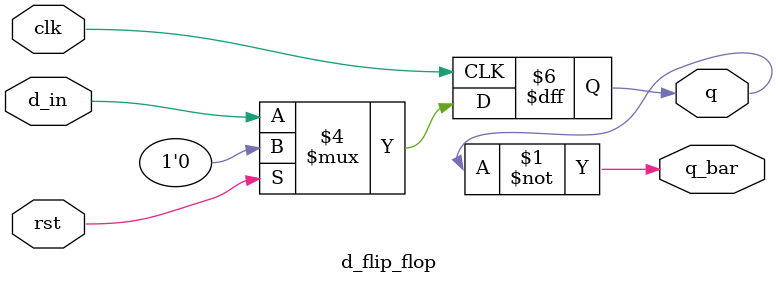
<source format=v>
`timescale 1ns / 1ps


module d_flip_flop(
    input d_in,clk,rst,
    output reg q,output q_bar
    );
    
    assign q_bar=~q;
    always@(posedge clk)
      begin
       if(rst)
         begin
           q<=0;
         end 
      else
       begin
        q<=d_in;
       end 
     end
endmodule

</source>
